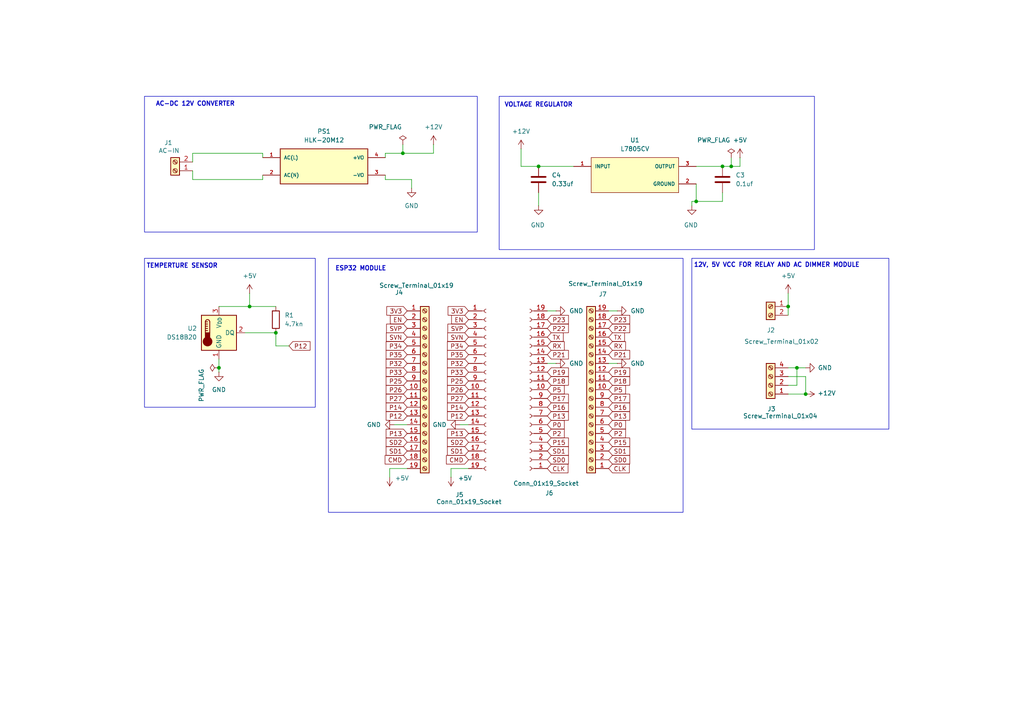
<source format=kicad_sch>
(kicad_sch (version 20250114) (generator "eeschema") (generator_version "9.0")
  (paper "A4")
  (lib_symbols
    (symbol "Connector:Conn_01x19_Socket" (pin_names (offset 1.016) (hide yes))
      (property "Reference" "J" (at 0 25.4 0))
      (property "Value" "Conn_01x19_Socket" (at 0 -25.4 0))
      (symbol "Conn_01x19_Socket_1_1"
        (polyline (pts (xy -1.27 22.86) (xy -0.508 22.86)) (stroke (width 0.1524)))
        (polyline (pts (xy -1.27 20.32) (xy -0.508 20.32)) (stroke (width 0.1524)))
        (polyline (pts (xy -1.27 17.78) (xy -0.508 17.78)) (stroke (width 0.1524)))
        (polyline (pts (xy -1.27 15.24) (xy -0.508 15.24)) (stroke (width 0.1524)))
        (polyline (pts (xy -1.27 12.7) (xy -0.508 12.7)) (stroke (width 0.1524)))
        (polyline (pts (xy -1.27 10.16) (xy -0.508 10.16)) (stroke (width 0.1524)))
        (polyline (pts (xy -1.27 7.62) (xy -0.508 7.62)) (stroke (width 0.1524)))
        (polyline (pts (xy -1.27 5.08) (xy -0.508 5.08)) (stroke (width 0.1524)))
        (polyline (pts (xy -1.27 2.54) (xy -0.508 2.54)) (stroke (width 0.1524)))
        (polyline (pts (xy -1.27 0) (xy -0.508 0)) (stroke (width 0.1524)))
        (polyline (pts (xy -1.27 -2.54) (xy -0.508 -2.54)) (stroke (width 0.1524)))
        (polyline (pts (xy -1.27 -5.08) (xy -0.508 -5.08)) (stroke (width 0.1524)))
        (polyline (pts (xy -1.27 -7.62) (xy -0.508 -7.62)) (stroke (width 0.1524)))
        (polyline (pts (xy -1.27 -10.16) (xy -0.508 -10.16)) (stroke (width 0.1524)))
        (polyline (pts (xy -1.27 -12.7) (xy -0.508 -12.7)) (stroke (width 0.1524)))
        (polyline (pts (xy -1.27 -15.24) (xy -0.508 -15.24)) (stroke (width 0.1524)))
        (polyline (pts (xy -1.27 -17.78) (xy -0.508 -17.78)) (stroke (width 0.1524)))
        (polyline (pts (xy -1.27 -20.32) (xy -0.508 -20.32)) (stroke (width 0.1524)))
        (polyline (pts (xy -1.27 -22.86) (xy -0.508 -22.86)) (stroke (width 0.1524)))
        (arc (start 0 22.352) (mid -0.5058 22.86) (end 0 23.368) (stroke (width 0.1524)))
        (arc (start 0 19.812) (mid -0.5058 20.32) (end 0 20.828) (stroke (width 0.1524)))
        (arc (start 0 17.272) (mid -0.5058 17.78) (end 0 18.288) (stroke (width 0.1524)))
        (arc (start 0 14.732) (mid -0.5058 15.24) (end 0 15.748) (stroke (width 0.1524)))
        (arc (start 0 12.192) (mid -0.5058 12.7) (end 0 13.208) (stroke (width 0.1524)))
        (arc (start 0 9.652) (mid -0.5058 10.16) (end 0 10.668) (stroke (width 0.1524)))
        (arc (start 0 7.112) (mid -0.5058 7.62) (end 0 8.128) (stroke (width 0.1524)))
        (arc (start 0 4.572) (mid -0.5058 5.08) (end 0 5.588) (stroke (width 0.1524)))
        (arc (start 0 2.032) (mid -0.5058 2.54) (end 0 3.048) (stroke (width 0.1524)))
        (arc (start 0 -0.508) (mid -0.5058 0) (end 0 0.508) (stroke (width 0.1524)))
        (arc (start 0 -3.048) (mid -0.5058 -2.54) (end 0 -2.032) (stroke (width 0.1524)))
        (arc (start 0 -5.588) (mid -0.5058 -5.08) (end 0 -4.572) (stroke (width 0.1524)))
        (arc (start 0 -8.128) (mid -0.5058 -7.62) (end 0 -7.112) (stroke (width 0.1524)))
        (arc (start 0 -10.668) (mid -0.5058 -10.16) (end 0 -9.652) (stroke (width 0.1524)))
        (arc (start 0 -13.208) (mid -0.5058 -12.7) (end 0 -12.192) (stroke (width 0.1524)))
        (arc (start 0 -15.748) (mid -0.5058 -15.24) (end 0 -14.732) (stroke (width 0.1524)))
        (arc (start 0 -18.288) (mid -0.5058 -17.78) (end 0 -17.272) (stroke (width 0.1524)))
        (arc (start 0 -20.828) (mid -0.5058 -20.32) (end 0 -19.812) (stroke (width 0.1524)))
        (arc (start 0 -23.368) (mid -0.5058 -22.86) (end 0 -22.352) (stroke (width 0.1524)))
        (pin passive line (at -5.08 22.86 0) (length 3.81) (name "Pin_1") (number "1"))
        (pin passive line (at -5.08 20.32 0) (length 3.81) (name "Pin_2") (number "2"))
        (pin passive line (at -5.08 17.78 0) (length 3.81) (name "Pin_3") (number "3"))
        (pin passive line (at -5.08 15.24 0) (length 3.81) (name "Pin_4") (number "4"))
        (pin passive line (at -5.08 12.7 0) (length 3.81) (name "Pin_5") (number "5"))
        (pin passive line (at -5.08 10.16 0) (length 3.81) (name "Pin_6") (number "6"))
        (pin passive line (at -5.08 7.62 0) (length 3.81) (name "Pin_7") (number "7"))
        (pin passive line (at -5.08 5.08 0) (length 3.81) (name "Pin_8") (number "8"))
        (pin passive line (at -5.08 2.54 0) (length 3.81) (name "Pin_9") (number "9"))
        (pin passive line (at -5.08 0 0) (length 3.81) (name "Pin_10") (number "10"))
        (pin passive line (at -5.08 -2.54 0) (length 3.81) (name "Pin_11") (number "11"))
        (pin passive line (at -5.08 -5.08 0) (length 3.81) (name "Pin_12") (number "12"))
        (pin passive line (at -5.08 -7.62 0) (length 3.81) (name "Pin_13") (number "13"))
        (pin passive line (at -5.08 -10.16 0) (length 3.81) (name "Pin_14") (number "14"))
        (pin passive line (at -5.08 -12.7 0) (length 3.81) (name "Pin_15") (number "15"))
        (pin passive line (at -5.08 -15.24 0) (length 3.81) (name "Pin_16") (number "16"))
        (pin passive line (at -5.08 -17.78 0) (length 3.81) (name "Pin_17") (number "17"))
        (pin passive line (at -5.08 -20.32 0) (length 3.81) (name "Pin_18") (number "18"))
        (pin passive line (at -5.08 -22.86 0) (length 3.81) (name "Pin_19") (number "19"))
      )
    )
    (symbol "Connector:Screw_Terminal_01x02" (pin_names (offset 1.016) (hide yes))
      (property "Reference" "J" (at 0 2.54 0))
      (property "Value" "Screw_Terminal_01x02" (at 0 -5.08 0))
      (symbol "Screw_Terminal_01x02_1_1"
        (rectangle (start -1.27 1.27) (end 1.27 -3.81) (stroke (width 0.254)) (fill (type background)))
        (polyline (pts (xy -0.5334 0.3302) (xy 0.3302 -0.508)) (stroke (width 0.1524)))
        (polyline (pts (xy -0.5334 -2.2098) (xy 0.3302 -3.048)) (stroke (width 0.1524)))
        (polyline (pts (xy -0.3556 0.508) (xy 0.508 -0.3302)) (stroke (width 0.1524)))
        (polyline (pts (xy -0.3556 -2.032) (xy 0.508 -2.8702)) (stroke (width 0.1524)))
        (circle (center 0 0) (radius 0.635) (stroke (width 0.1524)))
        (circle (center 0 -2.54) (radius 0.635) (stroke (width 0.1524)))
        (pin passive line (at -5.08 0 0) (length 3.81) (name "Pin_1") (number "1"))
        (pin passive line (at -5.08 -2.54 0) (length 3.81) (name "Pin_2") (number "2"))
      )
    )
    (symbol "Connector:Screw_Terminal_01x04" (pin_names (offset 1.016) (hide yes))
      (property "Reference" "J" (at 0 5.08 0))
      (property "Value" "Screw_Terminal_01x04" (at 0 -7.62 0))
      (symbol "Screw_Terminal_01x04_1_1"
        (rectangle (start -1.27 3.81) (end 1.27 -6.35) (stroke (width 0.254)) (fill (type background)))
        (polyline (pts (xy -0.5334 2.8702) (xy 0.3302 2.032)) (stroke (width 0.1524)))
        (polyline (pts (xy -0.5334 0.3302) (xy 0.3302 -0.508)) (stroke (width 0.1524)))
        (polyline (pts (xy -0.5334 -2.2098) (xy 0.3302 -3.048)) (stroke (width 0.1524)))
        (polyline (pts (xy -0.5334 -4.7498) (xy 0.3302 -5.588)) (stroke (width 0.1524)))
        (polyline (pts (xy -0.3556 3.048) (xy 0.508 2.2098)) (stroke (width 0.1524)))
        (polyline (pts (xy -0.3556 0.508) (xy 0.508 -0.3302)) (stroke (width 0.1524)))
        (polyline (pts (xy -0.3556 -2.032) (xy 0.508 -2.8702)) (stroke (width 0.1524)))
        (polyline (pts (xy -0.3556 -4.572) (xy 0.508 -5.4102)) (stroke (width 0.1524)))
        (circle (center 0 2.54) (radius 0.635) (stroke (width 0.1524)))
        (circle (center 0 0) (radius 0.635) (stroke (width 0.1524)))
        (circle (center 0 -2.54) (radius 0.635) (stroke (width 0.1524)))
        (circle (center 0 -5.08) (radius 0.635) (stroke (width 0.1524)))
        (pin passive line (at -5.08 2.54 0) (length 3.81) (name "Pin_1") (number "1"))
        (pin passive line (at -5.08 0 0) (length 3.81) (name "Pin_2") (number "2"))
        (pin passive line (at -5.08 -2.54 0) (length 3.81) (name "Pin_3") (number "3"))
        (pin passive line (at -5.08 -5.08 0) (length 3.81) (name "Pin_4") (number "4"))
      )
    )
    (symbol "Connector:Screw_Terminal_01x19" (pin_names (offset 1.016) (hide yes))
      (property "Reference" "J" (at 0 25.4 0))
      (property "Value" "Screw_Terminal_01x19" (at 0 -25.4 0))
      (symbol "Screw_Terminal_01x19_1_1"
        (rectangle (start -1.27 24.13) (end 1.27 -24.13) (stroke (width 0.254)) (fill (type background)))
        (polyline (pts (xy -0.5334 23.1902) (xy 0.3302 22.352)) (stroke (width 0.1524)))
        (polyline (pts (xy -0.5334 20.6502) (xy 0.3302 19.812)) (stroke (width 0.1524)))
        (polyline (pts (xy -0.5334 18.1102) (xy 0.3302 17.272)) (stroke (width 0.1524)))
        (polyline (pts (xy -0.5334 15.5702) (xy 0.3302 14.732)) (stroke (width 0.1524)))
        (polyline (pts (xy -0.5334 13.0302) (xy 0.3302 12.192)) (stroke (width 0.1524)))
        (polyline (pts (xy -0.5334 10.4902) (xy 0.3302 9.652)) (stroke (width 0.1524)))
        (polyline (pts (xy -0.5334 7.9502) (xy 0.3302 7.112)) (stroke (width 0.1524)))
        (polyline (pts (xy -0.5334 5.4102) (xy 0.3302 4.572)) (stroke (width 0.1524)))
        (polyline (pts (xy -0.5334 2.8702) (xy 0.3302 2.032)) (stroke (width 0.1524)))
        (polyline (pts (xy -0.5334 0.3302) (xy 0.3302 -0.508)) (stroke (width 0.1524)))
        (polyline (pts (xy -0.5334 -2.2098) (xy 0.3302 -3.048)) (stroke (width 0.1524)))
        (polyline (pts (xy -0.5334 -4.7498) (xy 0.3302 -5.588)) (stroke (width 0.1524)))
        (polyline (pts (xy -0.5334 -7.2898) (xy 0.3302 -8.128)) (stroke (width 0.1524)))
        (polyline (pts (xy -0.5334 -9.8298) (xy 0.3302 -10.668)) (stroke (width 0.1524)))
        (polyline (pts (xy -0.5334 -12.3698) (xy 0.3302 -13.208)) (stroke (width 0.1524)))
        (polyline (pts (xy -0.5334 -14.9098) (xy 0.3302 -15.748)) (stroke (width 0.1524)))
        (polyline (pts (xy -0.5334 -17.4498) (xy 0.3302 -18.288)) (stroke (width 0.1524)))
        (polyline (pts (xy -0.5334 -19.9898) (xy 0.3302 -20.828)) (stroke (width 0.1524)))
        (polyline (pts (xy -0.5334 -22.5298) (xy 0.3302 -23.368)) (stroke (width 0.1524)))
        (polyline (pts (xy -0.3556 23.368) (xy 0.508 22.5298)) (stroke (width 0.1524)))
        (polyline (pts (xy -0.3556 20.828) (xy 0.508 19.9898)) (stroke (width 0.1524)))
        (polyline (pts (xy -0.3556 18.288) (xy 0.508 17.4498)) (stroke (width 0.1524)))
        (polyline (pts (xy -0.3556 15.748) (xy 0.508 14.9098)) (stroke (width 0.1524)))
        (polyline (pts (xy -0.3556 13.208) (xy 0.508 12.3698)) (stroke (width 0.1524)))
        (polyline (pts (xy -0.3556 10.668) (xy 0.508 9.8298)) (stroke (width 0.1524)))
        (polyline (pts (xy -0.3556 8.128) (xy 0.508 7.2898)) (stroke (width 0.1524)))
        (polyline (pts (xy -0.3556 5.588) (xy 0.508 4.7498)) (stroke (width 0.1524)))
        (polyline (pts (xy -0.3556 3.048) (xy 0.508 2.2098)) (stroke (width 0.1524)))
        (polyline (pts (xy -0.3556 0.508) (xy 0.508 -0.3302)) (stroke (width 0.1524)))
        (polyline (pts (xy -0.3556 -2.032) (xy 0.508 -2.8702)) (stroke (width 0.1524)))
        (polyline (pts (xy -0.3556 -4.572) (xy 0.508 -5.4102)) (stroke (width 0.1524)))
        (polyline (pts (xy -0.3556 -7.112) (xy 0.508 -7.9502)) (stroke (width 0.1524)))
        (polyline (pts (xy -0.3556 -9.652) (xy 0.508 -10.4902)) (stroke (width 0.1524)))
        (polyline (pts (xy -0.3556 -12.192) (xy 0.508 -13.0302)) (stroke (width 0.1524)))
        (polyline (pts (xy -0.3556 -14.732) (xy 0.508 -15.5702)) (stroke (width 0.1524)))
        (polyline (pts (xy -0.3556 -17.272) (xy 0.508 -18.1102)) (stroke (width 0.1524)))
        (polyline (pts (xy -0.3556 -19.812) (xy 0.508 -20.6502)) (stroke (width 0.1524)))
        (polyline (pts (xy -0.3556 -22.352) (xy 0.508 -23.1902)) (stroke (width 0.1524)))
        (circle (center 0 22.86) (radius 0.635) (stroke (width 0.1524)))
        (circle (center 0 20.32) (radius 0.635) (stroke (width 0.1524)))
        (circle (center 0 17.78) (radius 0.635) (stroke (width 0.1524)))
        (circle (center 0 15.24) (radius 0.635) (stroke (width 0.1524)))
        (circle (center 0 12.7) (radius 0.635) (stroke (width 0.1524)))
        (circle (center 0 10.16) (radius 0.635) (stroke (width 0.1524)))
        (circle (center 0 7.62) (radius 0.635) (stroke (width 0.1524)))
        (circle (center 0 5.08) (radius 0.635) (stroke (width 0.1524)))
        (circle (center 0 2.54) (radius 0.635) (stroke (width 0.1524)))
        (circle (center 0 0) (radius 0.635) (stroke (width 0.1524)))
        (circle (center 0 -2.54) (radius 0.635) (stroke (width 0.1524)))
        (circle (center 0 -5.08) (radius 0.635) (stroke (width 0.1524)))
        (circle (center 0 -7.62) (radius 0.635) (stroke (width 0.1524)))
        (circle (center 0 -10.16) (radius 0.635) (stroke (width 0.1524)))
        (circle (center 0 -12.7) (radius 0.635) (stroke (width 0.1524)))
        (circle (center 0 -15.24) (radius 0.635) (stroke (width 0.1524)))
        (circle (center 0 -17.78) (radius 0.635) (stroke (width 0.1524)))
        (circle (center 0 -20.32) (radius 0.635) (stroke (width 0.1524)))
        (circle (center 0 -22.86) (radius 0.635) (stroke (width 0.1524)))
        (pin passive line (at -5.08 22.86 0) (length 3.81) (name "Pin_1") (number "1"))
        (pin passive line (at -5.08 20.32 0) (length 3.81) (name "Pin_2") (number "2"))
        (pin passive line (at -5.08 17.78 0) (length 3.81) (name "Pin_3") (number "3"))
        (pin passive line (at -5.08 15.24 0) (length 3.81) (name "Pin_4") (number "4"))
        (pin passive line (at -5.08 12.7 0) (length 3.81) (name "Pin_5") (number "5"))
        (pin passive line (at -5.08 10.16 0) (length 3.81) (name "Pin_6") (number "6"))
        (pin passive line (at -5.08 7.62 0) (length 3.81) (name "Pin_7") (number "7"))
        (pin passive line (at -5.08 5.08 0) (length 3.81) (name "Pin_8") (number "8"))
        (pin passive line (at -5.08 2.54 0) (length 3.81) (name "Pin_9") (number "9"))
        (pin passive line (at -5.08 0 0) (length 3.81) (name "Pin_10") (number "10"))
        (pin passive line (at -5.08 -2.54 0) (length 3.81) (name "Pin_11") (number "11"))
        (pin passive line (at -5.08 -5.08 0) (length 3.81) (name "Pin_12") (number "12"))
        (pin passive line (at -5.08 -7.62 0) (length 3.81) (name "Pin_13") (number "13"))
        (pin passive line (at -5.08 -10.16 0) (length 3.81) (name "Pin_14") (number "14"))
        (pin passive line (at -5.08 -12.7 0) (length 3.81) (name "Pin_15") (number "15"))
        (pin passive line (at -5.08 -15.24 0) (length 3.81) (name "Pin_16") (number "16"))
        (pin passive line (at -5.08 -17.78 0) (length 3.81) (name "Pin_17") (number "17"))
        (pin passive line (at -5.08 -20.32 0) (length 3.81) (name "Pin_18") (number "18"))
        (pin passive line (at -5.08 -22.86 0) (length 3.81) (name "Pin_19") (number "19"))
      )
    )
    (symbol "Device:C" (pin_numbers (hide yes)) (pin_names (offset 0.254))
      (property "Reference" "C" (at 0.635 2.54 0))
      (property "Value" "C" (at 0.635 -2.54 0))
      (symbol "C_0_1"
        (polyline (pts (xy -2.032 0.762) (xy 2.032 0.762)) (stroke (width 0.508)))
        (polyline (pts (xy -2.032 -0.762) (xy 2.032 -0.762)) (stroke (width 0.508)))
      )
      (symbol "C_1_1"
        (pin passive line (at 0 3.81 270) (length 2.794) (name "~") (number "1"))
        (pin passive line (at 0 -3.81 90) (length 2.794) (name "~") (number "2"))
      )
    )
    (symbol "Device:R" (pin_numbers (hide yes)) (pin_names (offset 0))
      (property "Reference" "R" (at 2.032 0 90))
      (property "Value" "R" (at 0 0 90))
      (symbol "R_0_1"
        (rectangle (start -1.016 -2.54) (end 1.016 2.54) (stroke (width 0.254)))
      )
      (symbol "R_1_1"
        (pin passive line (at 0 3.81 270) (length 1.27) (name "~") (number "1"))
        (pin passive line (at 0 -3.81 90) (length 1.27) (name "~") (number "2"))
      )
    )
    (symbol "HLK-20M12:HLK-20M12" (pin_names (offset 1.016))
      (property "Reference" "PS1" (at 0 10.16 0))
      (property "Value" "HLK-20M12" (at 0 7.62 0))
      (symbol "HLK-20M12_0_0"
        (rectangle (start -12.7 -5.08) (end 12.7 5.08) (stroke (width 0.254)) (fill (type background)))
        (pin input line (at -17.78 2.54 0) (length 5.08) (name "AC(L)") (number "1"))
        (pin input line (at -17.78 -2.54 0) (length 5.08) (name "AC(N)") (number "2"))
      )
      (symbol "HLK-20M12_1_0"
        (pin bidirectional line (at 17.78 2.54 180) (length 5.08) (name "+VO") (number "4"))
        (pin bidirectional line (at 17.78 -2.54 180) (length 5.08) (name "-VO") (number "3"))
      )
    )
    (symbol "L7805CV:L7805CV" (pin_names (offset 1.016))
      (property "Reference" "U" (at -12.7 5.842 0))
      (property "Value" "L7805CV" (at -12.7 -7.62 0))
      (symbol "L7805CV_0_0"
        (rectangle (start -12.7 -5.08) (end 12.7 5.08) (stroke (width 0.1524)) (fill (type background)))
        (pin input line (at -17.78 2.54 0) (length 5.08) (name "INPUT") (number "1"))
        (pin output line (at 17.78 2.54 180) (length 5.08) (name "OUTPUT") (number "3"))
        (pin power_in line (at 17.78 -2.54 180) (length 5.08) (name "GROUND") (number "2"))
      )
    )
    (symbol "Sensor_Temperature:DS18B20"
      (property "Reference" "U" (at -3.81 6.35 0))
      (property "Value" "DS18B20" (at 6.35 6.35 0))
      (symbol "DS18B20_0_1"
        (rectangle (start -5.08 5.08) (end 5.08 -5.08) (stroke (width 0.254)) (fill (type background)))
        (polyline (pts (xy -3.937 3.175) (xy -3.937 0)) (stroke (width 0.254)))
        (polyline (pts (xy -3.937 3.175) (xy -3.302 3.175)) (stroke (width 0.254)))
        (polyline (pts (xy -3.937 2.54) (xy -3.302 2.54)) (stroke (width 0.254)))
        (polyline (pts (xy -3.937 1.905) (xy -3.302 1.905)) (stroke (width 0.254)))
        (polyline (pts (xy -3.937 1.27) (xy -3.302 1.27)) (stroke (width 0.254)))
        (polyline (pts (xy -3.937 0.635) (xy -3.302 0.635)) (stroke (width 0.254)))
        (arc (start -3.937 3.175) (mid -3.302 3.8073) (end -2.667 3.175) (stroke (width 0.254)))
        (circle (center -3.302 -2.54) (radius 1.27) (stroke (width 0.254)) (fill (type outline)))
        (polyline (pts (xy -2.667 3.175) (xy -2.667 0)) (stroke (width 0.254)))
        (rectangle (start -2.667 -1.905) (end -3.937 0) (stroke (width 0.254)) (fill (type outline)))
      )
      (symbol "DS18B20_1_1"
        (pin power_in line (at 0 7.62 270) (length 2.54) (name "V_{DD}") (number "3"))
        (pin power_in line (at 0 -7.62 90) (length 2.54) (name "GND") (number "1"))
        (pin bidirectional line (at 7.62 0 180) (length 2.54) (name "DQ") (number "2"))
      )
    )
    (symbol "power:+12V" (power) (pin_numbers (hide yes)) (pin_names (offset 0) (hide yes))
      (property "Value" "+12V" (at 0 3.556 0))
      (symbol "+12V_0_1"
        (polyline (pts (xy -0.762 1.27) (xy 0 2.54)))
        (polyline (pts (xy 0 2.54) (xy 0.762 1.27)))
        (polyline (pts (xy 0 0) (xy 0 2.54)))
      )
      (symbol "+12V_1_1"
        (pin power_in line (at 0 0 90) (length 0) (name "~") (number "1"))
      )
    )
    (symbol "power:+5V" (power) (pin_numbers (hide yes)) (pin_names (offset 0) (hide yes))
      (property "Value" "+5V" (at 0 3.556 0))
      (symbol "+5V_0_1"
        (polyline (pts (xy -0.762 1.27) (xy 0 2.54)))
        (polyline (pts (xy 0 2.54) (xy 0.762 1.27)))
        (polyline (pts (xy 0 0) (xy 0 2.54)))
      )
      (symbol "+5V_1_1"
        (pin power_in line (at 0 0 90) (length 0) (name "~") (number "1"))
      )
    )
    (symbol "power:GND" (power) (pin_numbers (hide yes)) (pin_names (offset 0) (hide yes))
      (property "Value" "GND" (at 0 -3.81 0))
      (symbol "GND_0_1"
        (polyline (pts (xy 0 0) (xy 0 -1.27) (xy 1.27 -1.27) (xy 0 -2.54) (xy -1.27 -1.27) (xy 0 -1.27)))
      )
      (symbol "GND_1_1"
        (pin power_in line (at 0 0 270) (length 0) (name "~") (number "1"))
      )
    )
    (symbol "power:PWR_FLAG" (power) (pin_numbers (hide yes)) (pin_names (offset 0) (hide yes))
      (property "Value" "PWR_FLAG" (at 0 3.81 0))
      (symbol "PWR_FLAG_0_0"
        (pin power_out line (at 0 0 90) (length 0) (name "~") (number "1"))
      )
      (symbol "PWR_FLAG_0_1"
        (polyline (pts (xy 0 0) (xy 0 1.27) (xy -1.016 1.905) (xy 0 2.54) (xy 1.016 1.905) (xy 0 1.27)))
      )
    )
  )
  (rectangle (start 41.91 27.94) (end 138.43 67.31))
  (rectangle (start 200.66 74.93) (end 257.81 124.46))
  (rectangle (start 144.78 27.94) (end 236.22 72.39))
  (rectangle (start 41.91 74.93) (end 91.44 118.11))
  (rectangle (start 95.25 74.93) (end 198.12 148.59))
  (text "AC-DC 12V CONVERTER" (at 56.642 30.226 0) (effects (font (size 1.27 1.27) (thickness 0.254) (bold yes))))
  (text "12V, 5V VCC FOR RELAY AND AC DIMMER MODULE" (at 225.298 76.962 0) (effects (font (size 1.27 1.27) (thickness 0.254) (bold yes))))
  (text "ESP32 MODULE" (at 104.648 77.978 0) (effects (font (size 1.27 1.27) (thickness 0.254) (bold yes))))
  (text "TEMPERTURE SENSOR" (at 52.832 77.216 0) (effects (font (size 1.27 1.27) (thickness 0.254) (bold yes))))
  (text "VOLTAGE REGULATOR\n" (at 156.21 30.48 0) (effects (font (size 1.27 1.27) (thickness 0.254) (bold yes))))
  (junction (at 212.09 48.26))
  (junction (at 231.14 106.68))
  (junction (at 228.6 88.9))
  (junction (at 116.84 44.45))
  (junction (at 209.55 48.26))
  (junction (at 201.93 58.42))
  (junction (at 63.5 106.68))
  (junction (at 156.21 48.26))
  (junction (at 233.68 114.3))
  (junction (at 80.01 96.52))
  (junction (at 72.39 88.9))
  (wire (pts (xy 156.21 48.26) (xy 166.37 48.26)))
  (wire (pts (xy 55.88 52.07) (xy 76.2 52.07)))
  (wire (pts (xy 151.13 48.26) (xy 156.21 48.26)))
  (wire (pts (xy 72.39 88.9) (xy 80.01 88.9)))
  (wire (pts (xy 228.6 114.3) (xy 233.68 114.3)))
  (wire (pts (xy 158.75 90.17) (xy 161.29 90.17)))
  (wire (pts (xy 214.63 45.72) (xy 214.63 48.26)))
  (wire (pts (xy 114.3 123.19) (xy 118.11 123.19)))
  (wire (pts (xy 156.21 55.88) (xy 156.21 59.69)))
  (wire (pts (xy 176.53 105.41) (xy 179.07 105.41)))
  (wire (pts (xy 130.81 135.89) (xy 130.81 138.43)))
  (wire (pts (xy 228.6 88.9) (xy 228.6 91.44)))
  (wire (pts (xy 111.76 52.07) (xy 119.38 52.07)))
  (wire (pts (xy 111.76 44.45) (xy 116.84 44.45)))
  (wire (pts (xy 228.6 109.22) (xy 233.68 109.22)))
  (wire (pts (xy 200.66 58.42) (xy 200.66 59.69)))
  (wire (pts (xy 63.5 106.68) (xy 63.5 107.95)))
  (wire (pts (xy 76.2 45.72) (xy 76.2 44.45)))
  (wire (pts (xy 111.76 50.8) (xy 111.76 52.07)))
  (wire (pts (xy 55.88 46.99) (xy 55.88 44.45)))
  (wire (pts (xy 55.88 49.53) (xy 55.88 52.07)))
  (wire (pts (xy 125.73 41.91) (xy 125.73 44.45)))
  (wire (pts (xy 133.35 123.19) (xy 135.89 123.19)))
  (wire (pts (xy 119.38 54.61) (xy 119.38 52.07)))
  (wire (pts (xy 113.03 135.89) (xy 113.03 138.43)))
  (wire (pts (xy 231.14 111.76) (xy 231.14 106.68)))
  (wire (pts (xy 209.55 58.42) (xy 201.93 58.42)))
  (wire (pts (xy 135.89 135.89) (xy 130.81 135.89)))
  (wire (pts (xy 72.39 85.09) (xy 72.39 88.9)))
  (wire (pts (xy 233.68 109.22) (xy 233.68 114.3)))
  (wire (pts (xy 63.5 104.14) (xy 63.5 106.68)))
  (wire (pts (xy 209.55 55.88) (xy 209.55 58.42)))
  (wire (pts (xy 228.6 111.76) (xy 231.14 111.76)))
  (wire (pts (xy 212.09 48.26) (xy 209.55 48.26)))
  (wire (pts (xy 83.82 100.33) (xy 80.01 100.33)))
  (wire (pts (xy 111.76 45.72) (xy 111.76 44.45)))
  (wire (pts (xy 116.84 41.91) (xy 116.84 44.45)))
  (wire (pts (xy 231.14 106.68) (xy 233.68 106.68)))
  (wire (pts (xy 228.6 106.68) (xy 231.14 106.68)))
  (wire (pts (xy 176.53 90.17) (xy 179.07 90.17)))
  (wire (pts (xy 158.75 105.41) (xy 161.29 105.41)))
  (wire (pts (xy 151.13 43.18) (xy 151.13 48.26)))
  (wire (pts (xy 228.6 85.09) (xy 228.6 88.9)))
  (wire (pts (xy 71.12 96.52) (xy 80.01 96.52)))
  (wire (pts (xy 214.63 48.26) (xy 212.09 48.26)))
  (wire (pts (xy 63.5 88.9) (xy 72.39 88.9)))
  (wire (pts (xy 118.11 135.89) (xy 113.03 135.89)))
  (wire (pts (xy 116.84 44.45) (xy 125.73 44.45)))
  (wire (pts (xy 200.66 58.42) (xy 201.93 58.42)))
  (wire (pts (xy 55.88 44.45) (xy 76.2 44.45)))
  (wire (pts (xy 212.09 45.72) (xy 212.09 48.26)))
  (wire (pts (xy 76.2 50.8) (xy 76.2 52.07)))
  (wire (pts (xy 201.93 48.26) (xy 209.55 48.26)))
  (wire (pts (xy 80.01 100.33) (xy 80.01 96.52)))
  (wire (pts (xy 201.93 53.34) (xy 201.93 58.42)))
  (global_label "TX" (shape input) (at 176.53 97.79 0) (property "Intersheetrefs" "${INTERSHEET_REFS}" (effects (hide yes))))
  (global_label "P35" (shape input) (at 135.89 102.87 180) (property "Intersheetrefs" "${INTERSHEET_REFS}" (effects (hide yes))))
  (global_label "P33" (shape input) (at 135.89 107.95 180) (property "Intersheetrefs" "${INTERSHEET_REFS}" (effects (hide yes))))
  (global_label "P5" (shape input) (at 158.75 113.03 0) (property "Intersheetrefs" "${INTERSHEET_REFS}" (effects (hide yes))))
  (global_label "SD1" (shape input) (at 118.11 130.81 180) (property "Intersheetrefs" "${INTERSHEET_REFS}" (effects (hide yes))))
  (global_label "P13" (shape input) (at 158.75 120.65 0) (property "Intersheetrefs" "${INTERSHEET_REFS}" (effects (hide yes))))
  (global_label "P2" (shape input) (at 176.53 125.73 0) (property "Intersheetrefs" "${INTERSHEET_REFS}" (effects (hide yes))))
  (global_label "P12" (shape input) (at 83.82 100.33 0) (property "Intersheetrefs" "${INTERSHEET_REFS}" (effects (hide yes))))
  (global_label "SVN" (shape input) (at 118.11 97.79 180) (property "Intersheetrefs" "${INTERSHEET_REFS}" (effects (hide yes))))
  (global_label "P15" (shape input) (at 176.53 128.27 0) (property "Intersheetrefs" "${INTERSHEET_REFS}" (effects (hide yes))))
  (global_label "P25" (shape input) (at 135.89 110.49 180) (property "Intersheetrefs" "${INTERSHEET_REFS}" (effects (hide yes))))
  (global_label "P16" (shape input) (at 158.75 118.11 0) (property "Intersheetrefs" "${INTERSHEET_REFS}" (effects (hide yes))))
  (global_label "P13" (shape input) (at 135.89 125.73 180) (property "Intersheetrefs" "${INTERSHEET_REFS}" (effects (hide yes))))
  (global_label "P21" (shape input) (at 158.75 102.87 0) (property "Intersheetrefs" "${INTERSHEET_REFS}" (effects (hide yes))))
  (global_label "P2" (shape input) (at 158.75 125.73 0) (property "Intersheetrefs" "${INTERSHEET_REFS}" (effects (hide yes))))
  (global_label "P22" (shape input) (at 176.53 95.25 0) (property "Intersheetrefs" "${INTERSHEET_REFS}" (effects (hide yes))))
  (global_label "EN" (shape input) (at 118.11 92.71 180) (property "Intersheetrefs" "${INTERSHEET_REFS}" (effects (hide yes))))
  (global_label "P16" (shape input) (at 176.53 118.11 0) (property "Intersheetrefs" "${INTERSHEET_REFS}" (effects (hide yes))))
  (global_label "P26" (shape input) (at 118.11 113.03 180) (property "Intersheetrefs" "${INTERSHEET_REFS}" (effects (hide yes))))
  (global_label "SVP" (shape input) (at 135.89 95.25 180) (property "Intersheetrefs" "${INTERSHEET_REFS}" (effects (hide yes))))
  (global_label "CMD" (shape input) (at 135.89 133.35 180) (property "Intersheetrefs" "${INTERSHEET_REFS}" (effects (hide yes))))
  (global_label "SVP" (shape input) (at 118.11 95.25 180) (property "Intersheetrefs" "${INTERSHEET_REFS}" (effects (hide yes))))
  (global_label "RX" (shape input) (at 176.53 100.33 0) (property "Intersheetrefs" "${INTERSHEET_REFS}" (effects (hide yes))))
  (global_label "P18" (shape input) (at 176.53 110.49 0) (property "Intersheetrefs" "${INTERSHEET_REFS}" (effects (hide yes))))
  (global_label "CMD" (shape input) (at 118.11 133.35 180) (property "Intersheetrefs" "${INTERSHEET_REFS}" (effects (hide yes))))
  (global_label "P17" (shape input) (at 158.75 115.57 0) (property "Intersheetrefs" "${INTERSHEET_REFS}" (effects (hide yes))))
  (global_label "P33" (shape input) (at 118.11 107.95 180) (property "Intersheetrefs" "${INTERSHEET_REFS}" (effects (hide yes))))
  (global_label "P14" (shape input) (at 135.89 118.11 180) (property "Intersheetrefs" "${INTERSHEET_REFS}" (effects (hide yes))))
  (global_label "P23" (shape input) (at 176.53 92.71 0) (property "Intersheetrefs" "${INTERSHEET_REFS}" (effects (hide yes))))
  (global_label "P5" (shape input) (at 176.53 113.03 0) (property "Intersheetrefs" "${INTERSHEET_REFS}" (effects (hide yes))))
  (global_label "RX" (shape input) (at 158.75 100.33 0) (property "Intersheetrefs" "${INTERSHEET_REFS}" (effects (hide yes))))
  (global_label "CLK" (shape input) (at 176.53 135.89 0) (property "Intersheetrefs" "${INTERSHEET_REFS}" (effects (hide yes))))
  (global_label "SD0" (shape input) (at 158.75 133.35 0) (property "Intersheetrefs" "${INTERSHEET_REFS}" (effects (hide yes))))
  (global_label "P27" (shape input) (at 135.89 115.57 180) (property "Intersheetrefs" "${INTERSHEET_REFS}" (effects (hide yes))))
  (global_label "P32" (shape input) (at 118.11 105.41 180) (property "Intersheetrefs" "${INTERSHEET_REFS}" (effects (hide yes))))
  (global_label "EN" (shape input) (at 135.89 92.71 180) (property "Intersheetrefs" "${INTERSHEET_REFS}" (effects (hide yes))))
  (global_label "P25" (shape input) (at 118.11 110.49 180) (property "Intersheetrefs" "${INTERSHEET_REFS}" (effects (hide yes))))
  (global_label "P0" (shape input) (at 176.53 123.19 0) (property "Intersheetrefs" "${INTERSHEET_REFS}" (effects (hide yes))))
  (global_label "P32" (shape input) (at 135.89 105.41 180) (property "Intersheetrefs" "${INTERSHEET_REFS}" (effects (hide yes))))
  (global_label "CLK" (shape input) (at 158.75 135.89 0) (property "Intersheetrefs" "${INTERSHEET_REFS}" (effects (hide yes))))
  (global_label "P15" (shape input) (at 158.75 128.27 0) (property "Intersheetrefs" "${INTERSHEET_REFS}" (effects (hide yes))))
  (global_label "SD1" (shape input) (at 158.75 130.81 0) (property "Intersheetrefs" "${INTERSHEET_REFS}" (effects (hide yes))))
  (global_label "3V3" (shape input) (at 118.11 90.17 180) (property "Intersheetrefs" "${INTERSHEET_REFS}" (effects (hide yes))))
  (global_label "P35" (shape input) (at 118.11 102.87 180) (property "Intersheetrefs" "${INTERSHEET_REFS}" (effects (hide yes))))
  (global_label "P19" (shape input) (at 158.75 107.95 0) (property "Intersheetrefs" "${INTERSHEET_REFS}" (effects (hide yes))))
  (global_label "P13" (shape input) (at 176.53 120.65 0) (property "Intersheetrefs" "${INTERSHEET_REFS}" (effects (hide yes))))
  (global_label "P22" (shape input) (at 158.75 95.25 0) (property "Intersheetrefs" "${INTERSHEET_REFS}" (effects (hide yes))))
  (global_label "SD2" (shape input) (at 135.89 128.27 180) (property "Intersheetrefs" "${INTERSHEET_REFS}" (effects (hide yes))))
  (global_label "TX" (shape input) (at 158.75 97.79 0) (property "Intersheetrefs" "${INTERSHEET_REFS}" (effects (hide yes))))
  (global_label "P34" (shape input) (at 135.89 100.33 180) (property "Intersheetrefs" "${INTERSHEET_REFS}" (effects (hide yes))))
  (global_label "P14" (shape input) (at 118.11 118.11 180) (property "Intersheetrefs" "${INTERSHEET_REFS}" (effects (hide yes))))
  (global_label "SD2" (shape input) (at 118.11 128.27 180) (property "Intersheetrefs" "${INTERSHEET_REFS}" (effects (hide yes))))
  (global_label "P23" (shape input) (at 158.75 92.71 0) (property "Intersheetrefs" "${INTERSHEET_REFS}" (effects (hide yes))))
  (global_label "P34" (shape input) (at 118.11 100.33 180) (property "Intersheetrefs" "${INTERSHEET_REFS}" (effects (hide yes))))
  (global_label "P26" (shape input) (at 135.89 113.03 180) (property "Intersheetrefs" "${INTERSHEET_REFS}" (effects (hide yes))))
  (global_label "SD1" (shape input) (at 176.53 130.81 0) (property "Intersheetrefs" "${INTERSHEET_REFS}" (effects (hide yes))))
  (global_label "P13" (shape input) (at 118.11 125.73 180) (property "Intersheetrefs" "${INTERSHEET_REFS}" (effects (hide yes))))
  (global_label "P12" (shape input) (at 135.89 120.65 180) (property "Intersheetrefs" "${INTERSHEET_REFS}" (effects (hide yes))))
  (global_label "P27" (shape input) (at 118.11 115.57 180) (property "Intersheetrefs" "${INTERSHEET_REFS}" (effects (hide yes))))
  (global_label "3V3" (shape input) (at 135.89 90.17 180) (property "Intersheetrefs" "${INTERSHEET_REFS}" (effects (hide yes))))
  (global_label "P12" (shape input) (at 118.11 120.65 180) (property "Intersheetrefs" "${INTERSHEET_REFS}" (effects (hide yes))))
  (global_label "SVN" (shape input) (at 135.89 97.79 180) (property "Intersheetrefs" "${INTERSHEET_REFS}" (effects (hide yes))))
  (global_label "SD1" (shape input) (at 135.89 130.81 180) (property "Intersheetrefs" "${INTERSHEET_REFS}" (effects (hide yes))))
  (global_label "P18" (shape input) (at 158.75 110.49 0) (property "Intersheetrefs" "${INTERSHEET_REFS}" (effects (hide yes))))
  (global_label "P0" (shape input) (at 158.75 123.19 0) (property "Intersheetrefs" "${INTERSHEET_REFS}" (effects (hide yes))))
  (global_label "P19" (shape input) (at 176.53 107.95 0) (property "Intersheetrefs" "${INTERSHEET_REFS}" (effects (hide yes))))
  (global_label "P17" (shape input) (at 176.53 115.57 0) (property "Intersheetrefs" "${INTERSHEET_REFS}" (effects (hide yes))))
  (global_label "P21" (shape input) (at 176.53 102.87 0) (property "Intersheetrefs" "${INTERSHEET_REFS}" (effects (hide yes))))
  (global_label "SD0" (shape input) (at 176.53 133.35 0) (property "Intersheetrefs" "${INTERSHEET_REFS}" (effects (hide yes))))
  (symbol (lib_id "power:PWR_FLAG") (at 63.5 106.68 90) (unit 1)
    (property "Reference" "#FLG03" (effects (hide yes)))
    (property "Value" "PWR_FLAG" (at 58.42 111.76 0))
    (property "Description" "Special symbol for telling ERC where power comes from" (effects (hide yes)))
  )
  (symbol (lib_id "Connector:Screw_Terminal_01x19") (at 123.19 113.03 0) (unit 1)
    (property "Reference" "J4" (at 114.554 84.836 0) (effects (justify left)))
    (property "Value" "Screw_Terminal_01x19" (at 109.982 82.804 0) (effects (justify left)))
    (property "Footprint" "TerminalBlock:TerminalBlock_MaiXu_MX126-5.0-19P_1x19_P5.00mm" (effects (hide yes)))
    (property "Description" "Generic screw terminal, single row, 01x19, script generated (kicad-library-utils/schlib/autogen/connector/)" (effects (hide yes)))
  )
  (symbol (lib_id "power:GND") (at 63.5 107.95 0) (unit 1)
    (property "Reference" "#PWR04" (effects (hide yes)))
    (property "Value" "GND" (at 63.5 113.03 0))
    (property "Description" "Power symbol creates a global label with name \"GND\" , ground" (effects (hide yes)))
  )
  (symbol (lib_id "power:PWR_FLAG") (at 116.84 41.91 0) (unit 1)
    (property "Reference" "#FLG02" (effects (hide yes)))
    (property "Value" "PWR_FLAG" (at 111.76 36.83 0))
    (property "Description" "Special symbol for telling ERC where power comes from" (effects (hide yes)))
  )
  (symbol (lib_id "Connector:Screw_Terminal_01x04") (at 223.52 111.76 180) (unit 1)
    (property "Reference" "J3" (at 223.774 118.618 0))
    (property "Value" "Screw_Terminal_01x04" (at 226.314 120.65 0))
    (property "Footprint" "TerminalBlock:TerminalBlock_MaiXu_MX126-5.0-04P_1x04_P5.00mm" (effects (hide yes)))
    (property "Description" "Generic screw terminal, single row, 01x04, script generated (kicad-library-utils/schlib/autogen/connector/)" (effects (hide yes)))
  )
  (symbol (lib_id "power:+12V") (at 151.13 43.18 0) (unit 1)
    (property "Reference" "#PWR010" (effects (hide yes)))
    (property "Value" "+12V" (at 151.13 38.1 0))
    (property "Description" "Power symbol creates a global label with name \"+12V\"" (effects (hide yes)))
  )
  (symbol (lib_id "Connector:Screw_Terminal_01x02") (at 50.8 49.53 180) (unit 1)
    (property "Reference" "J1" (at 50.038 41.402 0) (effects (justify left)))
    (property "Value" "AC-IN" (at 52.07 43.688 0) (effects (justify left)))
    (property "Footprint" "TerminalBlock:TerminalBlock_MaiXu_MX126-5.0-02P_1x02_P5.00mm" (effects (hide yes)))
    (property "Description" "Generic screw terminal, single row, 01x02, script generated (kicad-library-utils/schlib/autogen/connector/)" (effects (hide yes)))
  )
  (symbol (lib_id "Connector:Screw_Terminal_01x02") (at 223.52 88.9 0) (mirror y) (unit 1)
    (property "Reference" "J2" (at 224.79 95.758 0) (effects (justify left)))
    (property "Value" "Screw_Terminal_01x02" (at 237.49 99.06 0) (effects (justify left)))
    (property "Footprint" "TerminalBlock:TerminalBlock_MaiXu_MX126-5.0-02P_1x02_P5.00mm" (effects (hide yes)))
    (property "Description" "Generic screw terminal, single row, 01x02, script generated (kicad-library-utils/schlib/autogen/connector/)" (effects (hide yes)))
  )
  (symbol (lib_id "power:+5V") (at 228.6 85.09 0) (mirror y) (unit 1)
    (property "Reference" "#PWR02" (effects (hide yes)))
    (property "Value" "+5V" (at 228.6 80.01 0))
    (property "Description" "Power symbol creates a global label with name \"+5V\"" (effects (hide yes)))
  )
  (symbol (lib_id "power:GND") (at 156.21 59.69 0) (unit 1)
    (property "Reference" "#PWR023" (effects (hide yes)))
    (property "Value" "GND" (at 155.956 65.278 0))
    (property "Description" "Power symbol creates a global label with name \"GND\" , ground" (effects (hide yes)))
  )
  (symbol (lib_id "L7805CV:L7805CV") (at 184.15 50.8 0) (unit 1)
    (property "Reference" "U1" (at 184.15 40.64 0))
    (property "Value" "L7805CV" (at 184.15 43.18 0))
    (property "Footprint" "L7805CV:TO255P1040X460X1968-3" (effects (hide yes)))
    (property "MF" "STMicroelectronics" (effects (hide yes)))
    (property "Description_1" "Linear Voltage Regulator IC Positive Fixed 1 Output  1.5A TO-220" (effects (hide yes)))
    (property "Package" "TO-220-3 STMicroelectronics" (effects (hide yes)))
    (property "Price" "None" (effects (hide yes)))
    (property "Check_prices" "https://www.snapeda.com/parts/L7805CV/STMicroelectronics/view-part/?ref=eda" (effects (hide yes)))
    (property "STANDARD" "IPC-7351B" (effects (hide yes)))
    (property "PARTREV" "36" (effects (hide yes)))
    (property "SnapEDA_Link" "https://www.snapeda.com/parts/L7805CV/STMicroelectronics/view-part/?ref=snap" (effects (hide yes)))
    (property "MP" "L7805CV" (effects (hide yes)))
    (property "Availability" "In Stock" (effects (hide yes)))
    (property "MANUFACTURER" "STMicroelectronics" (effects (hide yes)))
  )
  (symbol (lib_id "power:GND") (at 114.3 123.19 270) (unit 1)
    (property "Reference" "#PWR014" (effects (hide yes)))
    (property "Value" "GND" (at 110.49 123.1899 90) (effects (justify right)))
    (property "Description" "Power symbol creates a global label with name \"GND\" , ground" (effects (hide yes)))
  )
  (symbol (lib_id "power:+12V") (at 125.73 41.91 0) (unit 1)
    (property "Reference" "#PWR05" (effects (hide yes)))
    (property "Value" "+12V" (at 125.73 36.83 0))
    (property "Description" "Power symbol creates a global label with name \"+12V\"" (effects (hide yes)))
  )
  (symbol (lib_id "HLK-20M12:HLK-20M12") (at 93.98 48.26 0) (unit 1)
    (property "Reference" "PS1" (at 93.98 38.1 0))
    (property "Value" "HLK-20M12" (at 93.98 40.64 0))
    (property "Footprint" "HLK-20M12:CONV_HLK-20M12" (effects (hide yes)))
    (property "MF" "Hi-link" (effects (hide yes)))
    (property "MAXIMUM_PACKAGE_HEIGHT" "22.5 mm" (effects (hide yes)))
    (property "Package" "Non-Standard Hi-link" (effects (hide yes)))
    (property "Price" "None" (effects (hide yes)))
    (property "Check_prices" "https://www.snapeda.com/parts/HLK-20M12/Hi-link/view-part/?ref=eda" (effects (hide yes)))
    (property "STANDARD" "Manufacturer Recommendations" (effects (hide yes)))
    (property "PARTREV" "V1.3" (effects (hide yes)))
    (property "SnapEDA_Link" "https://www.snapeda.com/parts/HLK-20M12/Hi-link/view-part/?ref=snap" (effects (hide yes)))
    (property "MP" "HLK-20M12" (effects (hide yes)))
    (property "Description_1" "20W ultra-small series module power supply" (effects (hide yes)))
    (property "Availability" "Not in stock" (effects (hide yes)))
    (property "MANUFACTURER" "Hi-Link" (effects (hide yes)))
  )
  (symbol (lib_id "power:GND") (at 161.29 105.41 90) (unit 1)
    (property "Reference" "#PWR017" (effects (hide yes)))
    (property "Value" "GND" (at 165.1 105.4099 90) (effects (justify right)))
    (property "Description" "Power symbol creates a global label with name \"GND\" , ground" (effects (hide yes)))
  )
  (symbol (lib_id "power:GND") (at 179.07 105.41 90) (unit 1)
    (property "Reference" "#PWR019" (effects (hide yes)))
    (property "Value" "GND" (at 182.88 105.4099 90) (effects (justify right)))
    (property "Description" "Power symbol creates a global label with name \"GND\" , ground" (effects (hide yes)))
  )
  (symbol (lib_id "power:GND") (at 119.38 54.61 0) (unit 1)
    (property "Reference" "#PWR06" (effects (hide yes)))
    (property "Value" "GND" (at 119.38 59.69 0))
    (property "Description" "Power symbol creates a global label with name \"GND\" , ground" (effects (hide yes)))
  )
  (symbol (lib_id "power:+5V") (at 214.63 45.72 0) (unit 1)
    (property "Reference" "#PWR01" (effects (hide yes)))
    (property "Value" "+5V" (at 214.63 40.64 0))
    (property "Description" "Power symbol creates a global label with name \"+5V\"" (effects (hide yes)))
  )
  (symbol (lib_id "Connector:Conn_01x19_Socket") (at 153.67 113.03 180) (unit 1)
    (property "Reference" "J6" (at 160.528 143.002 0) (effects (justify left)))
    (property "Value" "Conn_01x19_Socket" (at 167.894 140.208 0) (effects (justify left)))
    (property "Footprint" "Connector_PinSocket_2.54mm:PinSocket_1x19_P2.54mm_Vertical" (effects (hide yes)))
    (property "Description" "Generic connector, single row, 01x19, script generated" (effects (hide yes)))
  )
  (symbol (lib_id "power:GND") (at 133.35 123.19 270) (unit 1)
    (property "Reference" "#PWR015" (effects (hide yes)))
    (property "Value" "GND" (at 129.54 123.1899 90) (effects (justify right)))
    (property "Description" "Power symbol creates a global label with name \"GND\" , ground" (effects (hide yes)))
  )
  (symbol (lib_id "Connector:Conn_01x19_Socket") (at 140.97 113.03 0) (unit 1)
    (property "Reference" "J5" (at 132.08 143.51 0) (effects (justify left)))
    (property "Value" "Conn_01x19_Socket" (at 126.492 145.542 0) (effects (justify left)))
    (property "Footprint" "Connector_PinSocket_2.54mm:PinSocket_1x19_P2.54mm_Vertical" (effects (hide yes)))
    (property "Description" "Generic connector, single row, 01x19, script generated" (effects (hide yes)))
  )
  (symbol (lib_id "power:+12V") (at 233.68 114.3 270) (unit 1)
    (property "Reference" "#PWR07" (effects (hide yes)))
    (property "Value" "+12V" (at 239.776 114.046 90))
    (property "Description" "Power symbol creates a global label with name \"+12V\"" (effects (hide yes)))
  )
  (symbol (lib_id "Device:C") (at 156.21 52.07 0) (unit 1)
    (property "Reference" "C4" (at 160.02 50.7999 0) (effects (justify left)))
    (property "Value" "0.33uf" (at 160.02 53.3399 0) (effects (justify left)))
    (property "Footprint" "Capacitor_SMD:C_0402_1005Metric_Pad0.74x0.62mm_HandSolder" (effects (hide yes)))
    (property "Description" "Unpolarized capacitor" (effects (hide yes)))
  )
  (symbol (lib_id "power:+5V") (at 130.81 138.43 180) (unit 1)
    (property "Reference" "#PWR012" (effects (hide yes)))
    (property "Value" "+5V" (at 134.874 138.684 0))
    (property "Description" "Power symbol creates a global label with name \"+5V\"" (effects (hide yes)))
  )
  (symbol (lib_id "power:GND") (at 161.29 90.17 90) (unit 1)
    (property "Reference" "#PWR016" (effects (hide yes)))
    (property "Value" "GND" (at 165.1 90.1699 90) (effects (justify right)))
    (property "Description" "Power symbol creates a global label with name \"GND\" , ground" (effects (hide yes)))
  )
  (symbol (lib_id "power:PWR_FLAG") (at 212.09 45.72 0) (unit 1)
    (property "Reference" "#FLG01" (effects (hide yes)))
    (property "Value" "PWR_FLAG" (at 207.01 40.64 0))
    (property "Description" "Special symbol for telling ERC where power comes from" (effects (hide yes)))
  )
  (symbol (lib_id "power:GND") (at 233.68 106.68 90) (unit 1)
    (property "Reference" "#PWR09" (effects (hide yes)))
    (property "Value" "GND" (at 239.268 106.68 90))
    (property "Description" "Power symbol creates a global label with name \"GND\" , ground" (effects (hide yes)))
  )
  (symbol (lib_id "Sensor_Temperature:DS18B20") (at 63.5 96.52 0) (unit 1)
    (property "Reference" "U2" (at 57.15 95.2499 0) (effects (justify right)))
    (property "Value" "DS18B20" (at 57.15 97.7899 0) (effects (justify right)))
    (property "Footprint" "Package_TO_SOT_THT:TO-92_Inline" (effects (hide yes)))
    (property "Datasheet" "http://datasheets.maximintegrated.com/en/ds/DS18B20.pdf" (effects (hide yes)))
    (property "Description" "Programmable Resolution 1-Wire Digital Thermometer TO-92" (effects (hide yes)))
  )
  (symbol (lib_id "Device:C") (at 209.55 52.07 0) (unit 1)
    (property "Reference" "C3" (at 213.36 50.7999 0) (effects (justify left)))
    (property "Value" "0.1uf" (at 213.36 53.3399 0) (effects (justify left)))
    (property "Footprint" "Capacitor_SMD:C_0402_1005Metric_Pad0.74x0.62mm_HandSolder" (effects (hide yes)))
    (property "Description" "Unpolarized capacitor" (effects (hide yes)))
  )
  (symbol (lib_id "power:GND") (at 200.66 59.69 0) (unit 1)
    (property "Reference" "#PWR08" (effects (hide yes)))
    (property "Value" "GND" (at 200.406 65.278 0))
    (property "Description" "Power symbol creates a global label with name \"GND\" , ground" (effects (hide yes)))
  )
  (symbol (lib_id "power:+5V") (at 113.03 138.43 180) (unit 1)
    (property "Reference" "#PWR011" (effects (hide yes)))
    (property "Value" "+5V" (at 116.586 138.684 0))
    (property "Description" "Power symbol creates a global label with name \"+5V\"" (effects (hide yes)))
  )
  (symbol (lib_id "Device:R") (at 80.01 92.71 0) (unit 1)
    (property "Reference" "R1" (at 82.55 91.4399 0) (effects (justify left)))
    (property "Value" "4.7kn" (at 82.55 93.9799 0) (effects (justify left)))
    (property "Footprint" "Resistor_SMD:R_0402_1005Metric_Pad0.72x0.64mm_HandSolder" (effects (hide yes)))
    (property "Description" "Resistor" (effects (hide yes)))
  )
  (symbol (lib_id "Connector:Screw_Terminal_01x19") (at 171.45 113.03 180) (unit 1)
    (property "Reference" "J7" (at 176.022 85.344 0) (effects (justify left)))
    (property "Value" "Screw_Terminal_01x19" (at 186.436 82.296 0) (effects (justify left)))
    (property "Footprint" "TerminalBlock:TerminalBlock_MaiXu_MX126-5.0-19P_1x19_P5.00mm" (effects (hide yes)))
    (property "Description" "Generic screw terminal, single row, 01x19, script generated (kicad-library-utils/schlib/autogen/connector/)" (effects (hide yes)))
  )
  (symbol (lib_id "power:+5V") (at 72.39 85.09 0) (unit 1)
    (property "Reference" "#PWR03" (effects (hide yes)))
    (property "Value" "+5V" (at 72.39 80.01 0))
    (property "Description" "Power symbol creates a global label with name \"+5V\"" (effects (hide yes)))
  )
  (symbol (lib_id "power:GND") (at 179.07 90.17 90) (unit 1)
    (property "Reference" "#PWR018" (effects (hide yes)))
    (property "Value" "GND" (at 182.88 90.1699 90) (effects (justify right)))
    (property "Description" "Power symbol creates a global label with name \"GND\" , ground" (effects (hide yes)))
  )
)
</source>
